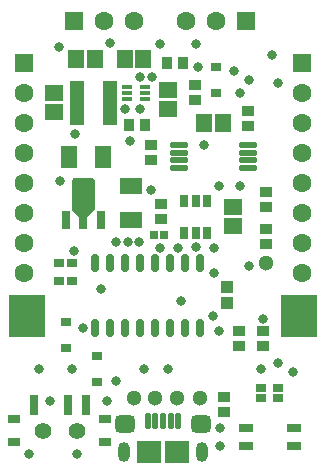
<source format=gts>
G04*
G04 #@! TF.GenerationSoftware,Altium Limited,Altium Designer,19.1.8 (144)*
G04*
G04 Layer_Color=8388736*
%FSLAX25Y25*%
%MOIN*%
G70*
G01*
G75*
%ADD16R,0.03189X0.01732*%
%ADD17R,0.02756X0.04331*%
%ADD18O,0.02756X0.06102*%
%ADD19O,0.06299X0.02165*%
%ADD20C,0.05118*%
%ADD21R,0.05118X0.14961*%
%ADD22R,0.03661X0.02854*%
%ADD23R,0.04134X0.03740*%
%ADD24R,0.03347X0.02756*%
%ADD25R,0.12205X0.14173*%
%ADD26R,0.02756X0.05906*%
%ADD27R,0.03150X0.06693*%
%ADD28R,0.04331X0.03150*%
%ADD29R,0.03543X0.02953*%
%ADD30R,0.07874X0.07480*%
G04:AMPARAMS|DCode=31|XSize=66.93mil|YSize=59.06mil|CornerRadius=15.75mil|HoleSize=0mil|Usage=FLASHONLY|Rotation=0.000|XOffset=0mil|YOffset=0mil|HoleType=Round|Shape=RoundedRectangle|*
%AMROUNDEDRECTD31*
21,1,0.06693,0.02756,0,0,0.0*
21,1,0.03543,0.05906,0,0,0.0*
1,1,0.03150,0.01772,-0.01378*
1,1,0.03150,-0.01772,-0.01378*
1,1,0.03150,-0.01772,0.01378*
1,1,0.03150,0.01772,0.01378*
%
%ADD31ROUNDEDRECTD31*%
%ADD32O,0.01968X0.05709*%
%ADD33R,0.04900X0.02600*%
%ADD34R,0.05512X0.07480*%
%ADD35R,0.05512X0.05906*%
%ADD36R,0.04331X0.03937*%
%ADD37R,0.02756X0.02913*%
%ADD38R,0.05906X0.05512*%
%ADD39R,0.07480X0.05512*%
%ADD40R,0.03740X0.04134*%
%ADD41C,0.05512*%
%ADD42R,0.06299X0.06299*%
%ADD43C,0.06299*%
%ADD44R,0.06299X0.06299*%
%ADD45O,0.03937X0.06693*%
%ADD46C,0.03150*%
G36*
X29842Y98031D02*
X29861Y98029D01*
X29890Y98020D01*
X29898Y98018D01*
X29932Y97999D01*
X29963Y97975D01*
X30455Y97482D01*
X30455Y97482D01*
X30466Y97469D01*
X30479Y97452D01*
X30498Y97418D01*
X30509Y97381D01*
X30509Y97378D01*
X30513Y97342D01*
X30513Y97342D01*
Y87795D01*
X30513Y87795D01*
X30511Y87776D01*
X30509Y87757D01*
X30500Y87728D01*
X30498Y87720D01*
X30479Y87685D01*
X30455Y87655D01*
X27896Y85096D01*
X27866Y85072D01*
X27832Y85053D01*
X27823Y85051D01*
X27795Y85042D01*
X27775Y85040D01*
X27756Y85038D01*
X27756Y85038D01*
X25394D01*
X25394Y85038D01*
X25374Y85040D01*
X25355Y85042D01*
X25327Y85051D01*
X25318Y85053D01*
X25284Y85072D01*
X25254Y85096D01*
X22695Y87655D01*
X22670Y87685D01*
X22652Y87720D01*
X22649Y87728D01*
X22641Y87757D01*
X22639Y87776D01*
X22637Y87795D01*
X22637Y87795D01*
Y97342D01*
X22637Y97342D01*
X22639Y97366D01*
X22641Y97381D01*
X22651Y97416D01*
X22652Y97418D01*
D01*
X22652Y97418D01*
X22657Y97429D01*
X22670Y97452D01*
X22683Y97469D01*
X22695Y97482D01*
X22695Y97482D01*
X23187Y97974D01*
X23187Y97975D01*
X23209Y97993D01*
X23217Y97999D01*
X23217Y97999D01*
X23217Y97999D01*
X23242Y98013D01*
X23251Y98017D01*
X23251D01*
X23251Y98018D01*
X23288Y98029D01*
X23313Y98031D01*
X23327Y98032D01*
X23327D01*
X23327D01*
X29823Y98033D01*
X29823Y98033D01*
X29842Y98031D01*
D02*
G37*
D16*
X41201Y128583D02*
D03*
Y126614D02*
D03*
Y124646D02*
D03*
X47028D02*
D03*
Y126614D02*
D03*
Y128583D02*
D03*
D17*
X60236Y90650D02*
D03*
X63976D02*
D03*
X67716D02*
D03*
Y79823D02*
D03*
X63976D02*
D03*
X60236D02*
D03*
X26575Y83268D02*
D03*
D18*
X30531Y48327D02*
D03*
X35531D02*
D03*
X40532D02*
D03*
X45531D02*
D03*
X50532D02*
D03*
X55532D02*
D03*
X60532D02*
D03*
X65531D02*
D03*
X30531Y69784D02*
D03*
X35531D02*
D03*
X40532D02*
D03*
X45531D02*
D03*
X50532D02*
D03*
X55532D02*
D03*
X60532D02*
D03*
X65531D02*
D03*
D19*
X81299Y101476D02*
D03*
Y104035D02*
D03*
Y106595D02*
D03*
Y109153D02*
D03*
X58465Y101476D02*
D03*
Y104035D02*
D03*
Y106595D02*
D03*
Y109153D02*
D03*
D20*
X87598Y69784D02*
D03*
X43307Y24803D02*
D03*
X50532D02*
D03*
X57874D02*
D03*
X65531D02*
D03*
D21*
X24557Y123031D02*
D03*
X35581D02*
D03*
D22*
X31004Y38829D02*
D03*
Y30069D02*
D03*
X70866Y135285D02*
D03*
Y126526D02*
D03*
X20669Y50197D02*
D03*
Y41437D02*
D03*
D23*
X73447Y25197D02*
D03*
Y20079D02*
D03*
X52323Y89470D02*
D03*
Y84352D02*
D03*
X78614Y47195D02*
D03*
Y42077D02*
D03*
X81299Y115551D02*
D03*
Y120669D02*
D03*
X86614Y47195D02*
D03*
Y42077D02*
D03*
X63630Y129173D02*
D03*
Y124055D02*
D03*
X49213Y104035D02*
D03*
Y109153D02*
D03*
X87598Y88386D02*
D03*
Y93504D02*
D03*
Y76181D02*
D03*
Y81299D02*
D03*
D24*
X22933Y69784D02*
D03*
X18406D02*
D03*
X22933Y63976D02*
D03*
X18406D02*
D03*
D25*
X98425Y52165D02*
D03*
X7874D02*
D03*
D26*
X32480Y84055D02*
D03*
X20669D02*
D03*
D27*
X10039Y22638D02*
D03*
X21457D02*
D03*
X27362D02*
D03*
D28*
X3543Y10236D02*
D03*
Y17717D02*
D03*
X33661Y10236D02*
D03*
Y17717D02*
D03*
D29*
X85630Y24902D02*
D03*
X91535D02*
D03*
X85630Y28248D02*
D03*
X91535D02*
D03*
D30*
X57874Y6693D02*
D03*
X48425D02*
D03*
D31*
X65748Y16339D02*
D03*
X40551D02*
D03*
D32*
X53150Y17224D02*
D03*
X50591D02*
D03*
X48031D02*
D03*
X58268D02*
D03*
X55709D02*
D03*
D33*
X80698Y14724D02*
D03*
Y8898D02*
D03*
X96698D02*
D03*
Y14724D02*
D03*
D34*
X21850Y105315D02*
D03*
X33268D02*
D03*
D35*
X40315Y137795D02*
D03*
X46614D02*
D03*
X66890Y116614D02*
D03*
X73189D02*
D03*
X30531Y137795D02*
D03*
X24232D02*
D03*
D36*
X74360Y61713D02*
D03*
Y56398D02*
D03*
D37*
X50094Y79035D02*
D03*
X53559D02*
D03*
D38*
X76614Y82087D02*
D03*
Y88386D02*
D03*
X54636Y121063D02*
D03*
Y127362D02*
D03*
X16732Y126526D02*
D03*
Y120226D02*
D03*
D39*
X42323Y84055D02*
D03*
Y95472D02*
D03*
D40*
X59646Y136614D02*
D03*
X54528D02*
D03*
X47028Y115945D02*
D03*
X41909D02*
D03*
D41*
X12992Y13780D02*
D03*
X24409D02*
D03*
D42*
X6890Y136614D02*
D03*
X99410D02*
D03*
D43*
X6890Y126614D02*
D03*
Y116614D02*
D03*
Y106614D02*
D03*
Y96614D02*
D03*
Y86614D02*
D03*
Y76614D02*
D03*
Y66614D02*
D03*
X60807Y150591D02*
D03*
X70807D02*
D03*
X99410Y126614D02*
D03*
Y116614D02*
D03*
Y106614D02*
D03*
Y96614D02*
D03*
Y86614D02*
D03*
Y76614D02*
D03*
Y66614D02*
D03*
X43327Y150591D02*
D03*
X33327D02*
D03*
D44*
X80807D02*
D03*
X23327D02*
D03*
D45*
X66142Y6693D02*
D03*
X40157D02*
D03*
D46*
X63976Y75119D02*
D03*
X96448Y33633D02*
D03*
X91535Y36417D02*
D03*
X72292Y14724D02*
D03*
Y8898D02*
D03*
X64680Y135285D02*
D03*
X49383Y131759D02*
D03*
X71862Y95571D02*
D03*
X8629Y6193D02*
D03*
X24348D02*
D03*
X81693Y68683D02*
D03*
X91340Y129872D02*
D03*
X23684Y112858D02*
D03*
X15441Y23925D02*
D03*
X34602D02*
D03*
X18701Y97342D02*
D03*
X89567Y139044D02*
D03*
X70039Y66614D02*
D03*
X37451Y76863D02*
D03*
X81693Y130905D02*
D03*
X66929Y109252D02*
D03*
X26575Y48063D02*
D03*
X37402Y30512D02*
D03*
X49073Y94238D02*
D03*
X52165Y74973D02*
D03*
X35531Y143063D02*
D03*
X45452Y131928D02*
D03*
X52165Y142717D02*
D03*
X86614Y51181D02*
D03*
X85630Y34449D02*
D03*
X41608Y76863D02*
D03*
X45262D02*
D03*
X45452Y121063D02*
D03*
X40354D02*
D03*
X42157Y110571D02*
D03*
X78740Y126614D02*
D03*
X18406Y141732D02*
D03*
X76771Y133858D02*
D03*
X63976Y142717D02*
D03*
X59055Y57087D02*
D03*
X71862Y47195D02*
D03*
X69889Y52165D02*
D03*
X58071Y74973D02*
D03*
X70039D02*
D03*
X11811Y34449D02*
D03*
X22638D02*
D03*
X23465Y73819D02*
D03*
X32480Y61024D02*
D03*
X78740Y95472D02*
D03*
X54630Y34449D02*
D03*
X46850D02*
D03*
M02*

</source>
